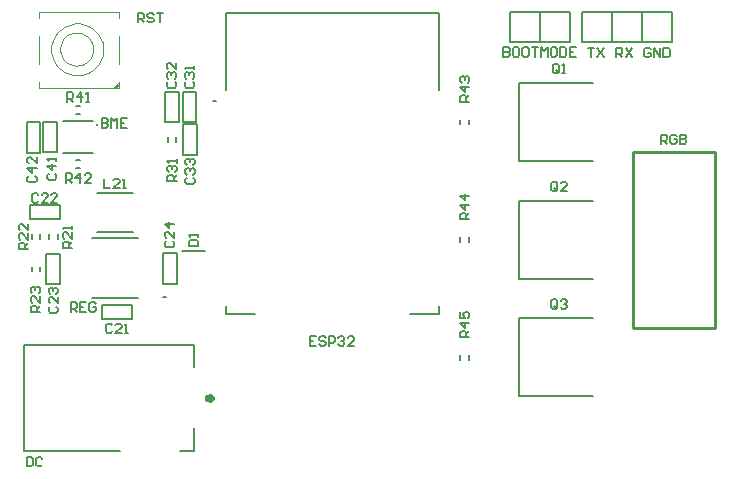
<source format=gto>
G04*
G04 #@! TF.GenerationSoftware,Altium Limited,Altium Designer,21.2.1 (34)*
G04*
G04 Layer_Color=65535*
%FSLAX25Y25*%
%MOIN*%
G70*
G04*
G04 #@! TF.SameCoordinates,1D3D90CA-2CC7-45D0-A42F-5F1F34DB6ECE*
G04*
G04*
G04 #@! TF.FilePolarity,Positive*
G04*
G01*
G75*
%ADD10C,0.00787*%
%ADD11C,0.01575*%
%ADD12C,0.00400*%
%ADD13C,0.00787*%
%ADD14C,0.00500*%
%ADD15C,0.01000*%
%ADD16C,0.00800*%
%ADD17C,0.00591*%
D10*
X66693Y124843D02*
X65905D01*
X66693D01*
X49941Y59508D02*
X49154D01*
X49941D01*
X174646Y144606D02*
X184646D01*
X174646Y154606D02*
X184646D01*
Y144606D02*
Y154606D01*
X174646Y144606D02*
Y154606D01*
X164646Y144606D02*
X174646D01*
X164646Y154606D02*
X174646D01*
Y144606D02*
Y154606D01*
X164646Y144606D02*
Y154606D01*
X208661Y144606D02*
X218661D01*
X208661Y154606D02*
X218661D01*
Y144606D02*
Y154606D01*
X208661Y144606D02*
Y154606D01*
X198661Y144606D02*
X208661D01*
X198661Y154606D02*
X208661D01*
Y144606D02*
Y154606D01*
X198661Y144606D02*
Y154606D01*
X188661Y144606D02*
X198661D01*
X188661Y154606D02*
X198661D01*
Y144606D02*
Y154606D01*
X188661Y144606D02*
Y154606D01*
X50770Y111273D02*
Y112848D01*
X53526Y111273D02*
Y112848D01*
X19961Y105394D02*
X21535D01*
X19961Y102638D02*
X21535D01*
X19961Y123228D02*
X21535D01*
X19961Y120472D02*
X21535D01*
X148228Y38713D02*
Y40287D01*
X150984Y38713D02*
Y40287D01*
X148228Y77953D02*
Y79528D01*
X150984Y77953D02*
Y79528D01*
X148228Y117189D02*
Y118764D01*
X150984Y117189D02*
Y118764D01*
X5472Y68150D02*
Y69724D01*
X8228Y68150D02*
Y69724D01*
X5473Y78898D02*
Y80473D01*
X8229Y78898D02*
Y80473D01*
X13937Y78937D02*
Y80512D01*
X11181Y78937D02*
Y80512D01*
X3675Y6299D02*
Y3150D01*
X5250D01*
X5774Y3675D01*
Y5774D01*
X5250Y6299D01*
X3675D01*
X8923Y5774D02*
X8398Y6299D01*
X7349D01*
X6824Y5774D01*
Y3675D01*
X7349Y3150D01*
X8398D01*
X8923Y3675D01*
X18282Y54646D02*
Y57795D01*
X19857D01*
X20381Y57270D01*
Y56221D01*
X19857Y55696D01*
X18282D01*
X19332D02*
X20381Y54646D01*
X23530Y57795D02*
X21431D01*
Y54646D01*
X23530D01*
X21431Y56221D02*
X22480D01*
X26678Y57270D02*
X26154Y57795D01*
X25104D01*
X24579Y57270D01*
Y55171D01*
X25104Y54646D01*
X26154D01*
X26678Y55171D01*
Y56221D01*
X25629D01*
X100146Y46456D02*
X98047D01*
Y43308D01*
X100146D01*
X98047Y44882D02*
X99097D01*
X103295Y45931D02*
X102770Y46456D01*
X101720D01*
X101196Y45931D01*
Y45407D01*
X101720Y44882D01*
X102770D01*
X103295Y44357D01*
Y43832D01*
X102770Y43308D01*
X101720D01*
X101196Y43832D01*
X104344Y43308D02*
Y46456D01*
X105919D01*
X106443Y45931D01*
Y44882D01*
X105919Y44357D01*
X104344D01*
X107493Y45931D02*
X108018Y46456D01*
X109067D01*
X109592Y45931D01*
Y45407D01*
X109067Y44882D01*
X108542D01*
X109067D01*
X109592Y44357D01*
Y43832D01*
X109067Y43308D01*
X108018D01*
X107493Y43832D01*
X112740Y43308D02*
X110641D01*
X112740Y45407D01*
Y45931D01*
X112216Y46456D01*
X111166D01*
X110641Y45931D01*
X28676Y119212D02*
Y116063D01*
X30250D01*
X30775Y116588D01*
Y117113D01*
X30250Y117638D01*
X28676D01*
X30250D01*
X30775Y118163D01*
Y118687D01*
X30250Y119212D01*
X28676D01*
X31824Y116063D02*
Y119212D01*
X32874Y118163D01*
X33924Y119212D01*
Y116063D01*
X37072Y119212D02*
X34973D01*
Y116063D01*
X37072D01*
X34973Y117638D02*
X36023D01*
X190687Y142677D02*
X192786D01*
X191736D01*
Y139528D01*
X193835Y142677D02*
X195934Y139528D01*
Y142677D02*
X193835Y139528D01*
X200133D02*
Y142677D01*
X201707D01*
X202232Y142152D01*
Y141102D01*
X201707Y140578D01*
X200133D01*
X201182D02*
X202232Y139528D01*
X203281Y142677D02*
X205380Y139528D01*
Y142677D02*
X203281Y139528D01*
X211677Y142152D02*
X211153Y142677D01*
X210103D01*
X209578Y142152D01*
Y140053D01*
X210103Y139528D01*
X211153D01*
X211677Y140053D01*
Y141102D01*
X210628D01*
X212727Y139528D02*
Y142677D01*
X214826Y139528D01*
Y142677D01*
X215876D02*
Y139528D01*
X217450D01*
X217975Y140053D01*
Y142152D01*
X217450Y142677D01*
X215876D01*
X40684Y151142D02*
Y154291D01*
X42258D01*
X42783Y153766D01*
Y152717D01*
X42258Y152192D01*
X40684D01*
X41733D02*
X42783Y151142D01*
X45931Y153766D02*
X45407Y154291D01*
X44357D01*
X43832Y153766D01*
Y153241D01*
X44357Y152717D01*
X45407D01*
X45931Y152192D01*
Y151667D01*
X45407Y151142D01*
X44357D01*
X43832Y151667D01*
X46981Y154291D02*
X49080D01*
X48030D01*
Y151142D01*
X151220Y46156D02*
X148071D01*
Y47730D01*
X148596Y48255D01*
X149646D01*
X150170Y47730D01*
Y46156D01*
Y47206D02*
X151220Y48255D01*
Y50879D02*
X148071D01*
X149646Y49305D01*
Y51404D01*
X148071Y54553D02*
Y52453D01*
X149646D01*
X149121Y53503D01*
Y54028D01*
X149646Y54553D01*
X150695D01*
X151220Y54028D01*
Y52978D01*
X150695Y52453D01*
X151220Y85487D02*
X148071D01*
Y87061D01*
X148596Y87586D01*
X149646D01*
X150170Y87061D01*
Y85487D01*
Y86537D02*
X151220Y87586D01*
Y90210D02*
X148071D01*
X149646Y88635D01*
Y90735D01*
X151220Y93358D02*
X148071D01*
X149646Y91784D01*
Y93883D01*
X151220Y124739D02*
X148071D01*
Y126313D01*
X148596Y126838D01*
X149646D01*
X150170Y126313D01*
Y124739D01*
Y125788D02*
X151220Y126838D01*
Y129462D02*
X148071D01*
X149646Y127887D01*
Y129987D01*
X148596Y131036D02*
X148071Y131561D01*
Y132610D01*
X148596Y133135D01*
X149121D01*
X149646Y132610D01*
Y132086D01*
Y132610D01*
X150170Y133135D01*
X150695D01*
X151220Y132610D01*
Y131561D01*
X150695Y131036D01*
X16668Y97638D02*
Y100787D01*
X18242D01*
X18767Y100262D01*
Y99213D01*
X18242Y98688D01*
X16668D01*
X17718D02*
X18767Y97638D01*
X21391D02*
Y100787D01*
X19817Y99213D01*
X21916D01*
X25064Y97638D02*
X22965D01*
X25064Y99737D01*
Y100262D01*
X24540Y100787D01*
X23490D01*
X22965Y100262D01*
X17114Y124686D02*
Y127834D01*
X18688D01*
X19213Y127309D01*
Y126260D01*
X18688Y125735D01*
X17114D01*
X18164D02*
X19213Y124686D01*
X21837D02*
Y127834D01*
X20263Y126260D01*
X22362D01*
X23411Y124686D02*
X24461D01*
X23936D01*
Y127834D01*
X23411Y127309D01*
X53740Y98138D02*
X50591D01*
Y99712D01*
X51116Y100237D01*
X52165D01*
X52690Y99712D01*
Y98138D01*
Y99187D02*
X53740Y100237D01*
X51116Y101286D02*
X50591Y101811D01*
Y102861D01*
X51116Y103385D01*
X51641D01*
X52165Y102861D01*
Y102336D01*
Y102861D01*
X52690Y103385D01*
X53215D01*
X53740Y102861D01*
Y101811D01*
X53215Y101286D01*
X53740Y104435D02*
Y105484D01*
Y104960D01*
X50591D01*
X51116Y104435D01*
X8149Y54621D02*
X5001D01*
Y56195D01*
X5525Y56720D01*
X6575D01*
X7100Y56195D01*
Y54621D01*
Y55670D02*
X8149Y56720D01*
Y59868D02*
Y57769D01*
X6050Y59868D01*
X5525D01*
X5001Y59344D01*
Y58294D01*
X5525Y57769D01*
Y60918D02*
X5001Y61443D01*
Y62492D01*
X5525Y63017D01*
X6050D01*
X6575Y62492D01*
Y61967D01*
Y62492D01*
X7100Y63017D01*
X7624D01*
X8149Y62492D01*
Y61443D01*
X7624Y60918D01*
X4133Y75566D02*
X985D01*
Y77140D01*
X1510Y77665D01*
X2559D01*
X3084Y77140D01*
Y75566D01*
Y76615D02*
X4133Y77665D01*
Y80813D02*
Y78714D01*
X2034Y80813D01*
X1510D01*
X985Y80288D01*
Y79239D01*
X1510Y78714D01*
X4133Y83962D02*
Y81863D01*
X2034Y83962D01*
X1510D01*
X985Y83437D01*
Y82388D01*
X1510Y81863D01*
X18858Y75933D02*
X15709D01*
Y77507D01*
X16234Y78032D01*
X17283D01*
X17808Y77507D01*
Y75933D01*
Y76982D02*
X18858Y78032D01*
Y81181D02*
Y79081D01*
X16759Y81181D01*
X16234D01*
X15709Y80656D01*
Y79606D01*
X16234Y79081D01*
X18858Y82230D02*
Y83280D01*
Y82755D01*
X15709D01*
X16234Y82230D01*
X180578Y56225D02*
Y58324D01*
X180053Y58849D01*
X179003D01*
X178479Y58324D01*
Y56225D01*
X179003Y55700D01*
X180053D01*
X179528Y56749D02*
X180578Y55700D01*
X180053D02*
X180578Y56225D01*
X181627Y58324D02*
X182152Y58849D01*
X183201D01*
X183726Y58324D01*
Y57799D01*
X183201Y57274D01*
X182677D01*
X183201D01*
X183726Y56749D01*
Y56225D01*
X183201Y55700D01*
X182152D01*
X181627Y56225D01*
X180578Y95425D02*
Y97524D01*
X180053Y98049D01*
X179003D01*
X178479Y97524D01*
Y95425D01*
X179003Y94900D01*
X180053D01*
X179528Y95950D02*
X180578Y94900D01*
X180053D02*
X180578Y95425D01*
X183726Y94900D02*
X181627D01*
X183726Y96999D01*
Y97524D01*
X183201Y98049D01*
X182152D01*
X181627Y97524D01*
X181102Y134725D02*
Y136824D01*
X180578Y137349D01*
X179528D01*
X179003Y136824D01*
Y134725D01*
X179528Y134200D01*
X180578D01*
X180053Y135249D02*
X181102Y134200D01*
X180578D02*
X181102Y134725D01*
X182152Y134200D02*
X183201D01*
X182677D01*
Y137349D01*
X182152Y136824D01*
X29437Y99015D02*
Y95867D01*
X31536D01*
X34685D02*
X32585D01*
X34685Y97966D01*
Y98491D01*
X34160Y99015D01*
X33110D01*
X32585Y98491D01*
X35734Y95867D02*
X36784D01*
X36259D01*
Y99015D01*
X35734Y98491D01*
X162576Y142795D02*
Y139646D01*
X164150D01*
X164675Y140171D01*
Y140696D01*
X164150Y141220D01*
X162576D01*
X164150D01*
X164675Y141745D01*
Y142270D01*
X164150Y142795D01*
X162576D01*
X167299D02*
X166249D01*
X165725Y142270D01*
Y140171D01*
X166249Y139646D01*
X167299D01*
X167824Y140171D01*
Y142270D01*
X167299Y142795D01*
X170448D02*
X169398D01*
X168873Y142270D01*
Y140171D01*
X169398Y139646D01*
X170448D01*
X170972Y140171D01*
Y142270D01*
X170448Y142795D01*
X172022D02*
X174121D01*
X173071D01*
Y139646D01*
X175170D02*
Y142795D01*
X176220Y141745D01*
X177269Y142795D01*
Y139646D01*
X179893Y142795D02*
X178844D01*
X178319Y142270D01*
Y140171D01*
X178844Y139646D01*
X179893D01*
X180418Y140171D01*
Y142270D01*
X179893Y142795D01*
X181468D02*
Y139646D01*
X183042D01*
X183567Y140171D01*
Y142270D01*
X183042Y142795D01*
X181468D01*
X186715D02*
X184616D01*
Y139646D01*
X186715D01*
X184616Y141220D02*
X185666D01*
X57638Y76523D02*
X60787D01*
Y78097D01*
X60262Y78622D01*
X58163D01*
X57638Y78097D01*
Y76523D01*
X60787Y79672D02*
Y80721D01*
Y80196D01*
X57638D01*
X58163Y79672D01*
X215093Y110630D02*
Y113779D01*
X216668D01*
X217192Y113254D01*
Y112205D01*
X216668Y111680D01*
X215093D01*
X216143D02*
X217192Y110630D01*
X220341Y113254D02*
X219816Y113779D01*
X218767D01*
X218242Y113254D01*
Y111155D01*
X218767Y110630D01*
X219816D01*
X220341Y111155D01*
Y112205D01*
X219291D01*
X221390Y113779D02*
Y110630D01*
X222965D01*
X223489Y111155D01*
Y111680D01*
X222965Y112205D01*
X221390D01*
X222965D01*
X223489Y112730D01*
Y113254D01*
X222965Y113779D01*
X221390D01*
X32166Y50223D02*
X31641Y50748D01*
X30592D01*
X30067Y50223D01*
Y48124D01*
X30592Y47599D01*
X31641D01*
X32166Y48124D01*
X35315Y47599D02*
X33215D01*
X35315Y49698D01*
Y50223D01*
X34790Y50748D01*
X33740D01*
X33215Y50223D01*
X36364Y47599D02*
X37413D01*
X36889D01*
Y50748D01*
X36364Y50223D01*
X4344Y99948D02*
X3819Y99423D01*
Y98374D01*
X4344Y97849D01*
X6443D01*
X6968Y98374D01*
Y99423D01*
X6443Y99948D01*
X6968Y102572D02*
X3819D01*
X5394Y100998D01*
Y103097D01*
X6968Y106245D02*
Y104146D01*
X4869Y106245D01*
X4344D01*
X3819Y105721D01*
Y104671D01*
X4344Y104146D01*
X10958Y100749D02*
X10434Y100224D01*
Y99174D01*
X10958Y98650D01*
X13057D01*
X13582Y99174D01*
Y100224D01*
X13057Y100749D01*
X13582Y103372D02*
X10434D01*
X12008Y101798D01*
Y103897D01*
X13582Y104947D02*
Y105996D01*
Y105471D01*
X10434D01*
X10958Y104947D01*
X57100Y99397D02*
X56575Y98872D01*
Y97823D01*
X57100Y97298D01*
X59199D01*
X59724Y97823D01*
Y98872D01*
X59199Y99397D01*
X57100Y100446D02*
X56575Y100971D01*
Y102021D01*
X57100Y102546D01*
X57625D01*
X58150Y102021D01*
Y101496D01*
Y102021D01*
X58674Y102546D01*
X59199D01*
X59724Y102021D01*
Y100971D01*
X59199Y100446D01*
X57100Y103595D02*
X56575Y104120D01*
Y105169D01*
X57100Y105694D01*
X57625D01*
X58150Y105169D01*
Y104645D01*
Y105169D01*
X58674Y105694D01*
X59199D01*
X59724Y105169D01*
Y104120D01*
X59199Y103595D01*
X50863Y131371D02*
X50338Y130847D01*
Y129797D01*
X50863Y129272D01*
X52962D01*
X53487Y129797D01*
Y130847D01*
X52962Y131371D01*
X50863Y132421D02*
X50338Y132946D01*
Y133995D01*
X50863Y134520D01*
X51388D01*
X51913Y133995D01*
Y133470D01*
Y133995D01*
X52437Y134520D01*
X52962D01*
X53487Y133995D01*
Y132946D01*
X52962Y132421D01*
X53487Y137669D02*
Y135570D01*
X51388Y137669D01*
X50863D01*
X50338Y137144D01*
Y136094D01*
X50863Y135570D01*
X56847Y131384D02*
X56323Y130860D01*
Y129810D01*
X56847Y129285D01*
X58946D01*
X59471Y129810D01*
Y130860D01*
X58946Y131384D01*
X56847Y132434D02*
X56323Y132959D01*
Y134008D01*
X56847Y134533D01*
X57372D01*
X57897Y134008D01*
Y133483D01*
Y134008D01*
X58422Y134533D01*
X58946D01*
X59471Y134008D01*
Y132959D01*
X58946Y132434D01*
X59471Y135582D02*
Y136632D01*
Y136107D01*
X56323D01*
X56847Y135582D01*
X50210Y78295D02*
X49685Y77770D01*
Y76720D01*
X50210Y76196D01*
X52309D01*
X52834Y76720D01*
Y77770D01*
X52309Y78295D01*
X52834Y81443D02*
Y79344D01*
X50735Y81443D01*
X50210D01*
X49685Y80919D01*
Y79869D01*
X50210Y79344D01*
X52834Y84067D02*
X49685D01*
X51260Y82493D01*
Y84592D01*
X11470Y56405D02*
X10945Y55880D01*
Y54831D01*
X11470Y54306D01*
X13569D01*
X14094Y54831D01*
Y55880D01*
X13569Y56405D01*
X14094Y59553D02*
Y57454D01*
X11995Y59553D01*
X11470D01*
X10945Y59029D01*
Y57979D01*
X11470Y57454D01*
Y60603D02*
X10945Y61128D01*
Y62177D01*
X11470Y62702D01*
X11995D01*
X12520Y62177D01*
Y61652D01*
Y62177D01*
X13045Y62702D01*
X13569D01*
X14094Y62177D01*
Y61128D01*
X13569Y60603D01*
X7547Y93727D02*
X7022Y94252D01*
X5972D01*
X5447Y93727D01*
Y91628D01*
X5972Y91103D01*
X7022D01*
X7547Y91628D01*
X10695Y91103D02*
X8596D01*
X10695Y93202D01*
Y93727D01*
X10170Y94252D01*
X9121D01*
X8596Y93727D01*
X13844Y91103D02*
X11745D01*
X13844Y93202D01*
Y93727D01*
X13319Y94252D01*
X12269D01*
X11745Y93727D01*
D11*
X65292Y25954D02*
X64748Y26703D01*
X63867Y26417D01*
Y25491D01*
X64748Y25205D01*
X65292Y25954D01*
D12*
X25791Y142264D02*
X25703Y143246D01*
X25441Y144196D01*
X25013Y145085D01*
X24433Y145882D01*
X23720Y146564D01*
X22898Y147107D01*
X21991Y147495D01*
X21030Y147714D01*
X20045Y147758D01*
X19068Y147626D01*
X18130Y147321D01*
X17261Y146854D01*
X16490Y146239D01*
X15842Y145497D01*
X15336Y144650D01*
X14989Y143727D01*
X14814Y142757D01*
Y141771D01*
X14989Y140801D01*
X15336Y139877D01*
X15842Y139031D01*
X16490Y138288D01*
X17261Y137674D01*
X18130Y137206D01*
X19068Y136902D01*
X20045Y136769D01*
X21030Y136814D01*
X21991Y137033D01*
X22898Y137420D01*
X23720Y137964D01*
X24433Y138645D01*
X25013Y139443D01*
X25441Y140331D01*
X25703Y141282D01*
X25791Y142264D01*
X29173Y142138D02*
X29115Y143143D01*
X28940Y144135D01*
X28651Y145100D01*
X28252Y146025D01*
X27748Y146897D01*
X27147Y147705D01*
X26456Y148438D01*
X25684Y149085D01*
X24843Y149639D01*
X23942Y150091D01*
X22996Y150435D01*
X22016Y150668D01*
X21015Y150785D01*
X20008D01*
X19008Y150668D01*
X18028Y150435D01*
X17081Y150091D01*
X16181Y149639D01*
X15340Y149085D01*
X14568Y148438D01*
X13877Y147705D01*
X13275Y146897D01*
X12772Y146025D01*
X12373Y145100D01*
X12084Y144135D01*
X11909Y143143D01*
X11850Y142138D01*
X11909Y141132D01*
X12084Y140140D01*
X12373Y139175D01*
X12772Y138251D01*
X13275Y137378D01*
X13877Y136570D01*
X14568Y135838D01*
X15340Y135190D01*
X16181Y134637D01*
X17081Y134185D01*
X18028Y133840D01*
X19008Y133608D01*
X20008Y133491D01*
X21015D01*
X22016Y133608D01*
X22996Y133840D01*
X23942Y134185D01*
X24843Y134637D01*
X25684Y135190D01*
X26456Y135838D01*
X27147Y136570D01*
X27748Y137378D01*
X28252Y138251D01*
X28651Y139175D01*
X28940Y140140D01*
X29115Y141132D01*
X29173Y142138D01*
X34291Y130764D02*
Y131264D01*
X32791Y129264D02*
X34291Y130764D01*
X32791Y129264D02*
X33291D01*
X34291Y130264D01*
Y131264D01*
X32291Y129264D02*
X34291Y131264D01*
X32291Y129264D02*
X34291D01*
X32291D02*
X32791D01*
X32291D02*
X32791D01*
X34291Y130264D02*
Y131264D01*
X33291Y129264D02*
X34291D01*
Y131264D01*
X7791Y129264D02*
X34291D01*
X7791D02*
Y131264D01*
Y137264D02*
Y146764D01*
Y152764D02*
Y154764D01*
X34291D01*
Y152764D02*
Y154764D01*
Y137264D02*
Y146764D01*
D13*
X27244Y116851D02*
D03*
D14*
X141102Y128779D02*
Y154370D01*
X70236D02*
X141102D01*
X70236Y128779D02*
Y154370D01*
X141102Y53976D02*
Y56535D01*
X131457Y53976D02*
X141102D01*
X70236D02*
X79882D01*
X70236D02*
Y56535D01*
X59386Y8238D02*
Y15915D01*
X2693Y8238D02*
X34780D01*
X59386Y36387D02*
Y43671D01*
X54859Y8238D02*
X59386D01*
X2693Y43671D02*
X59386D01*
X2693Y8238D02*
Y43671D01*
X25315Y59409D02*
X40669D01*
X25315Y79252D02*
X40669D01*
X55675Y117117D02*
X60275D01*
X55675Y107017D02*
X60275D01*
X55675D02*
Y117117D01*
X60275Y107017D02*
Y117117D01*
X55653Y117869D02*
X60253D01*
X55653Y127969D02*
X60253D01*
Y117869D02*
Y127969D01*
X55653Y117869D02*
Y127969D01*
X49825Y117869D02*
X54425D01*
X49825Y127969D02*
X54425D01*
Y117869D02*
Y127969D01*
X49825Y117869D02*
Y127969D01*
X15630Y107461D02*
X25866D01*
X15630Y118367D02*
X25866D01*
X9235Y117891D02*
X13836D01*
X9235Y107791D02*
X13836D01*
X9235D02*
Y117891D01*
X13836Y107791D02*
Y117891D01*
X3645Y117851D02*
X8245D01*
X3645Y107751D02*
X8245D01*
X3645D02*
Y117851D01*
X8245Y107751D02*
Y117851D01*
X27126Y94370D02*
X38937D01*
X27126Y81221D02*
X38937D01*
X28605Y56788D02*
X38706D01*
X28605Y52188D02*
X38706D01*
Y56788D01*
X28605Y52188D02*
Y56788D01*
X49039Y64078D02*
Y74178D01*
X53639Y64078D02*
Y74178D01*
X49039D02*
X53639D01*
X49039Y64078D02*
X53639D01*
X14859Y63972D02*
Y74072D01*
X10259Y63972D02*
Y74072D01*
Y63972D02*
X14859D01*
X10259Y74072D02*
X14859D01*
X4680Y85535D02*
X14780D01*
X4680Y90135D02*
X14780D01*
X4680Y85535D02*
Y90135D01*
X14780Y85535D02*
Y90135D01*
D15*
X205630Y49409D02*
X233189D01*
X205630D02*
Y108071D01*
X233189D01*
Y49409D02*
Y108071D01*
D16*
X167902Y26508D02*
X192312D01*
X167902Y52492D02*
X192312D01*
X167902Y26508D02*
Y52492D01*
Y104984D02*
X192312D01*
X167902Y130968D02*
X192312D01*
X167902Y104984D02*
Y130968D01*
Y65748D02*
X192312D01*
X167902Y91732D02*
X192312D01*
X167902Y65748D02*
Y91732D01*
D17*
X55394Y74882D02*
X62953D01*
M02*

</source>
